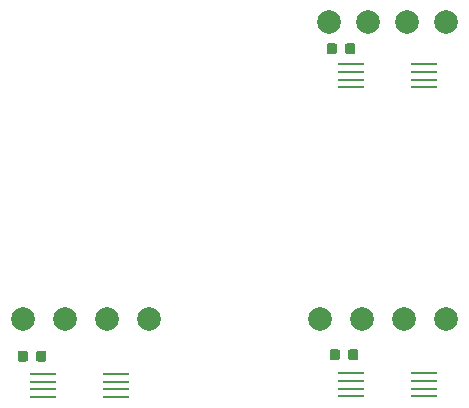
<source format=gbr>
%TF.GenerationSoftware,KiCad,Pcbnew,(5.1.10)-1*%
%TF.CreationDate,2023-09-11T17:59:32-05:00*%
%TF.ProjectId,perovskite_contact_board,7065726f-7673-46b6-9974-655f636f6e74,V3*%
%TF.SameCoordinates,Original*%
%TF.FileFunction,Soldermask,Bot*%
%TF.FilePolarity,Negative*%
%FSLAX46Y46*%
G04 Gerber Fmt 4.6, Leading zero omitted, Abs format (unit mm)*
G04 Created by KiCad (PCBNEW (5.1.10)-1) date 2023-09-11 17:59:32*
%MOMM*%
%LPD*%
G01*
G04 APERTURE LIST*
%ADD10C,2.000000*%
%ADD11R,2.200000X0.220000*%
G04 APERTURE END LIST*
%TO.C,C5*%
G36*
G01*
X159583000Y-108200000D02*
X159583000Y-107700000D01*
G75*
G02*
X159808000Y-107475000I225000J0D01*
G01*
X160258000Y-107475000D01*
G75*
G02*
X160483000Y-107700000I0J-225000D01*
G01*
X160483000Y-108200000D01*
G75*
G02*
X160258000Y-108425000I-225000J0D01*
G01*
X159808000Y-108425000D01*
G75*
G02*
X159583000Y-108200000I0J225000D01*
G01*
G37*
G36*
G01*
X158033000Y-108200000D02*
X158033000Y-107700000D01*
G75*
G02*
X158258000Y-107475000I225000J0D01*
G01*
X158708000Y-107475000D01*
G75*
G02*
X158933000Y-107700000I0J-225000D01*
G01*
X158933000Y-108200000D01*
G75*
G02*
X158708000Y-108425000I-225000J0D01*
G01*
X158258000Y-108425000D01*
G75*
G02*
X158033000Y-108200000I0J225000D01*
G01*
G37*
%TD*%
%TO.C,C4*%
G36*
G01*
X133167000Y-108327000D02*
X133167000Y-107827000D01*
G75*
G02*
X133392000Y-107602000I225000J0D01*
G01*
X133842000Y-107602000D01*
G75*
G02*
X134067000Y-107827000I0J-225000D01*
G01*
X134067000Y-108327000D01*
G75*
G02*
X133842000Y-108552000I-225000J0D01*
G01*
X133392000Y-108552000D01*
G75*
G02*
X133167000Y-108327000I0J225000D01*
G01*
G37*
G36*
G01*
X131617000Y-108327000D02*
X131617000Y-107827000D01*
G75*
G02*
X131842000Y-107602000I225000J0D01*
G01*
X132292000Y-107602000D01*
G75*
G02*
X132517000Y-107827000I0J-225000D01*
G01*
X132517000Y-108327000D01*
G75*
G02*
X132292000Y-108552000I-225000J0D01*
G01*
X131842000Y-108552000D01*
G75*
G02*
X131617000Y-108327000I0J225000D01*
G01*
G37*
%TD*%
%TO.C,C3*%
G36*
G01*
X159329000Y-82292000D02*
X159329000Y-81792000D01*
G75*
G02*
X159554000Y-81567000I225000J0D01*
G01*
X160004000Y-81567000D01*
G75*
G02*
X160229000Y-81792000I0J-225000D01*
G01*
X160229000Y-82292000D01*
G75*
G02*
X160004000Y-82517000I-225000J0D01*
G01*
X159554000Y-82517000D01*
G75*
G02*
X159329000Y-82292000I0J225000D01*
G01*
G37*
G36*
G01*
X157779000Y-82292000D02*
X157779000Y-81792000D01*
G75*
G02*
X158004000Y-81567000I225000J0D01*
G01*
X158454000Y-81567000D01*
G75*
G02*
X158679000Y-81792000I0J-225000D01*
G01*
X158679000Y-82292000D01*
G75*
G02*
X158454000Y-82517000I-225000J0D01*
G01*
X158004000Y-82517000D01*
G75*
G02*
X157779000Y-82292000I0J225000D01*
G01*
G37*
%TD*%
D10*
%TO.C,JP103.8*%
X142748000Y-104902000D03*
%TD*%
%TO.C,JP103.11*%
X164338000Y-104902000D03*
%TD*%
%TO.C,JP103.7*%
X139192000Y-104902000D03*
%TD*%
%TO.C,JP103.10*%
X157226000Y-104902000D03*
%TD*%
%TO.C,JP103.6*%
X132080000Y-104902000D03*
%TD*%
%TO.C,JP103.12*%
X167894000Y-104902000D03*
%TD*%
%TO.C,JP103.5*%
X135636000Y-104902000D03*
%TD*%
%TO.C,JP103.9*%
X160782000Y-104902000D03*
%TD*%
%TO.C,JP103.4*%
X167894000Y-79756000D03*
%TD*%
%TO.C,JP103.3*%
X164592000Y-79756000D03*
%TD*%
%TO.C,JP103.2*%
X157988000Y-79756000D03*
%TD*%
%TO.C,JP103.1*%
X161290000Y-79756000D03*
%TD*%
D11*
%TO.C,U6*%
X159841000Y-109515000D03*
X166041000Y-109515000D03*
X159841000Y-110165000D03*
X166041000Y-110165000D03*
X159841000Y-110815000D03*
X166041000Y-110815000D03*
X159841000Y-111465000D03*
X166041000Y-111465000D03*
%TD*%
%TO.C,U5*%
X133742500Y-109578500D03*
X139942500Y-109578500D03*
X133742500Y-110228500D03*
X139942500Y-110228500D03*
X133742500Y-110878500D03*
X139942500Y-110878500D03*
X133742500Y-111528500D03*
X139942500Y-111528500D03*
%TD*%
%TO.C,U4*%
X159841000Y-83353000D03*
X166041000Y-83353000D03*
X159841000Y-84003000D03*
X166041000Y-84003000D03*
X159841000Y-84653000D03*
X166041000Y-84653000D03*
X159841000Y-85303000D03*
X166041000Y-85303000D03*
%TD*%
M02*

</source>
